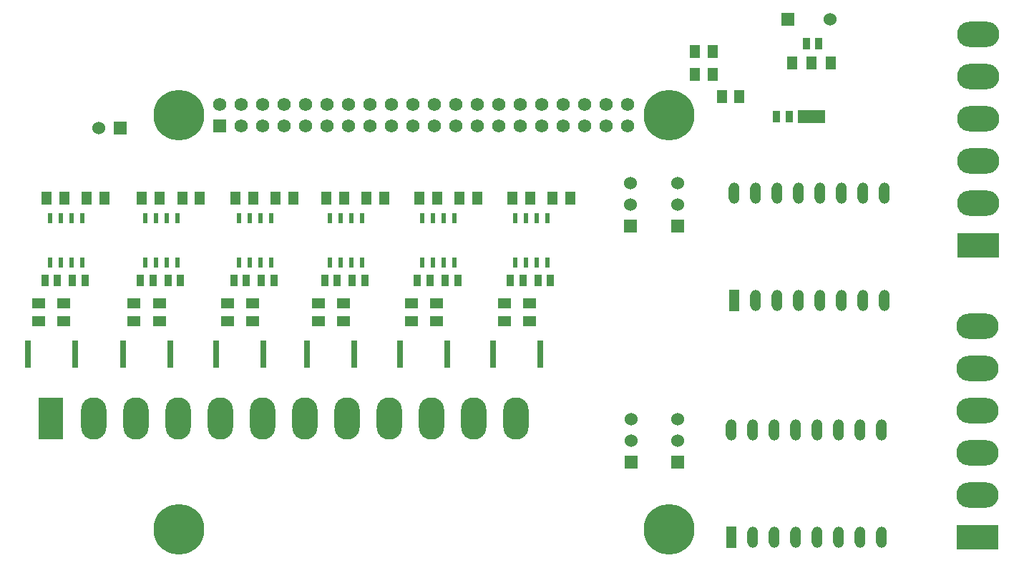
<source format=gbr>
G04*
G04 #@! TF.GenerationSoftware,Altium Limited,Altium Designer,24.0.1 (36)*
G04*
G04 Layer_Color=255*
%FSLAX25Y25*%
%MOIN*%
G70*
G04*
G04 #@! TF.SameCoordinates,EAEA65AB-E80B-4046-BB69-B77F90F57262*
G04*
G04*
G04 #@! TF.FilePolarity,Positive*
G04*
G01*
G75*
%ADD31R,0.05938X0.04750*%
%ADD32R,0.04750X0.05938*%
%ADD38C,0.06000*%
%ADD39R,0.06000X0.06000*%
%ADD40O,0.19685X0.11811*%
%ADD41R,0.19685X0.11811*%
%ADD42R,0.05000X0.10000*%
%ADD43O,0.05000X0.10000*%
%ADD44R,0.11811X0.19685*%
%ADD45O,0.11811X0.19685*%
%ADD46R,0.06000X0.06000*%
%ADD47C,0.06181*%
%ADD48R,0.06181X0.06181*%
%ADD49C,0.23622*%
G04:AMPARAMS|DCode=51|XSize=21.65mil|YSize=49.21mil|CornerRadius=1.95mil|HoleSize=0mil|Usage=FLASHONLY|Rotation=180.000|XOffset=0mil|YOffset=0mil|HoleType=Round|Shape=RoundedRectangle|*
%AMROUNDEDRECTD51*
21,1,0.02165,0.04532,0,0,180.0*
21,1,0.01776,0.04921,0,0,180.0*
1,1,0.00390,-0.00888,0.02266*
1,1,0.00390,0.00888,0.02266*
1,1,0.00390,0.00888,-0.02266*
1,1,0.00390,-0.00888,-0.02266*
%
%ADD51ROUNDEDRECTD51*%
%ADD52R,0.02992X0.12520*%
%ADD53R,0.03740X0.05315*%
%ADD54R,0.04724X0.05906*%
%ADD55R,0.12992X0.05906*%
D31*
X248031Y118694D02*
D03*
Y126969D02*
D03*
X236221Y118694D02*
D03*
Y126969D02*
D03*
X204724Y118694D02*
D03*
Y126969D02*
D03*
X192913Y118694D02*
D03*
Y126969D02*
D03*
X161417Y118694D02*
D03*
Y126969D02*
D03*
X149606Y118694D02*
D03*
Y126969D02*
D03*
X119095Y118694D02*
D03*
Y126969D02*
D03*
X107283Y118694D02*
D03*
Y126969D02*
D03*
X75610Y118694D02*
D03*
Y126969D02*
D03*
X63799Y118694D02*
D03*
Y126969D02*
D03*
X31142Y118694D02*
D03*
Y126969D02*
D03*
X19331Y118694D02*
D03*
Y126969D02*
D03*
D32*
X266933Y175981D02*
D03*
X258658D02*
D03*
X239957D02*
D03*
X248232D02*
D03*
X223625D02*
D03*
X215351D02*
D03*
X196650D02*
D03*
X204925D02*
D03*
X180318D02*
D03*
X172044D02*
D03*
X153343D02*
D03*
X161618D02*
D03*
X137996D02*
D03*
X129721D02*
D03*
X111020D02*
D03*
X119295D02*
D03*
X94511D02*
D03*
X86237D02*
D03*
X67536D02*
D03*
X75810D02*
D03*
X50043D02*
D03*
X41768D02*
D03*
X23067D02*
D03*
X31342D02*
D03*
X345869Y223228D02*
D03*
X337595D02*
D03*
X333271Y233465D02*
D03*
X324997D02*
D03*
X333271Y244094D02*
D03*
X324997D02*
D03*
D38*
X47244Y208661D02*
D03*
X294881Y172992D02*
D03*
Y182992D02*
D03*
X316928Y172992D02*
D03*
Y182992D02*
D03*
X316929Y62835D02*
D03*
Y72835D02*
D03*
X295276Y62835D02*
D03*
Y72835D02*
D03*
X388145Y259042D02*
D03*
D39*
X57244Y208661D02*
D03*
X368460Y259042D02*
D03*
D40*
X456693Y116142D02*
D03*
Y96457D02*
D03*
Y76772D02*
D03*
Y57087D02*
D03*
Y37402D02*
D03*
X457087Y173622D02*
D03*
Y193307D02*
D03*
Y212992D02*
D03*
Y232677D02*
D03*
Y252362D02*
D03*
D41*
X456693Y17717D02*
D03*
X457087Y153937D02*
D03*
D42*
X342205Y17717D02*
D03*
X343228Y128347D02*
D03*
D43*
X352205Y17717D02*
D03*
X362205D02*
D03*
X372205D02*
D03*
X382205D02*
D03*
X392205D02*
D03*
X402205D02*
D03*
X412205D02*
D03*
X342205Y67716D02*
D03*
X352205D02*
D03*
X362205D02*
D03*
X372205D02*
D03*
X382205D02*
D03*
X392205D02*
D03*
X402205D02*
D03*
X412205D02*
D03*
X413228Y178347D02*
D03*
X403228D02*
D03*
X393228D02*
D03*
X383228D02*
D03*
X373228D02*
D03*
X363228D02*
D03*
X353228D02*
D03*
X343228D02*
D03*
X413228Y128347D02*
D03*
X403228D02*
D03*
X393228D02*
D03*
X383228D02*
D03*
X373228D02*
D03*
X363228D02*
D03*
X353228D02*
D03*
D44*
X25197Y73228D02*
D03*
D45*
X44882D02*
D03*
X64567D02*
D03*
X84252D02*
D03*
X103937D02*
D03*
X123622D02*
D03*
X143307D02*
D03*
X162992D02*
D03*
X182677D02*
D03*
X202362D02*
D03*
X222047D02*
D03*
X241732D02*
D03*
D46*
X294881Y162992D02*
D03*
X316928D02*
D03*
X316929Y52835D02*
D03*
X295276D02*
D03*
D47*
X293839Y219547D02*
D03*
X283839D02*
D03*
X273839D02*
D03*
X263839D02*
D03*
X253839D02*
D03*
X243839D02*
D03*
X233839D02*
D03*
X223839D02*
D03*
X213839D02*
D03*
X203839D02*
D03*
X193839D02*
D03*
X183839D02*
D03*
X173839D02*
D03*
X163839D02*
D03*
X153839D02*
D03*
X143839D02*
D03*
X133839D02*
D03*
X123839D02*
D03*
X113839D02*
D03*
X103839D02*
D03*
X293839Y209547D02*
D03*
X283839D02*
D03*
X273839D02*
D03*
X263839D02*
D03*
X253839D02*
D03*
X243839D02*
D03*
X233839D02*
D03*
X223839D02*
D03*
X213839D02*
D03*
X203839D02*
D03*
X193839D02*
D03*
X183839D02*
D03*
X173839D02*
D03*
X163839D02*
D03*
X153839D02*
D03*
X143839D02*
D03*
X133839D02*
D03*
X123839D02*
D03*
X113839D02*
D03*
D48*
X103839D02*
D03*
D49*
X312992Y21654D02*
D03*
Y214567D02*
D03*
X84646D02*
D03*
Y21654D02*
D03*
D51*
X256516Y145961D02*
D03*
X251516D02*
D03*
X246516D02*
D03*
X241516D02*
D03*
X256516Y166630D02*
D03*
X251516D02*
D03*
X246516D02*
D03*
X241516D02*
D03*
X198209D02*
D03*
X203209D02*
D03*
X208209D02*
D03*
X213209D02*
D03*
X198209Y145961D02*
D03*
X203209D02*
D03*
X208209D02*
D03*
X213209D02*
D03*
X154902Y166630D02*
D03*
X159902D02*
D03*
X164902D02*
D03*
X169902D02*
D03*
X154902Y145961D02*
D03*
X159902D02*
D03*
X164902D02*
D03*
X169902D02*
D03*
X112579Y166630D02*
D03*
X117579D02*
D03*
X122579D02*
D03*
X127579D02*
D03*
X112579Y145961D02*
D03*
X117579D02*
D03*
X122579D02*
D03*
X127579D02*
D03*
X69095Y166630D02*
D03*
X74094D02*
D03*
X79094D02*
D03*
X84095D02*
D03*
X69095Y145961D02*
D03*
X74094D02*
D03*
X79094D02*
D03*
X84095D02*
D03*
X24626Y166630D02*
D03*
X29626D02*
D03*
X34626D02*
D03*
X39626D02*
D03*
X24626Y145961D02*
D03*
X29626D02*
D03*
X34626D02*
D03*
X39626D02*
D03*
D52*
X231122Y103146D02*
D03*
X253130D02*
D03*
X187815D02*
D03*
X209823D02*
D03*
X144508D02*
D03*
X166516D02*
D03*
X102185D02*
D03*
X124193D02*
D03*
X58701D02*
D03*
X80709D02*
D03*
X14232D02*
D03*
X36240D02*
D03*
D53*
X245079Y137595D02*
D03*
X239173D02*
D03*
X251969D02*
D03*
X257874D02*
D03*
X201772D02*
D03*
X195866D02*
D03*
X208661D02*
D03*
X214567D02*
D03*
X158465D02*
D03*
X152559D02*
D03*
X165354D02*
D03*
X171260D02*
D03*
X116142D02*
D03*
X110236D02*
D03*
X123031D02*
D03*
X128937D02*
D03*
X72658D02*
D03*
X66752D02*
D03*
X79547D02*
D03*
X85453D02*
D03*
X22284D02*
D03*
X28189D02*
D03*
X40984D02*
D03*
X35079D02*
D03*
X376969Y248031D02*
D03*
X382874D02*
D03*
X363145Y213766D02*
D03*
X369051D02*
D03*
D54*
X370428Y238963D02*
D03*
X379484D02*
D03*
X388539D02*
D03*
D55*
X379484Y213766D02*
D03*
M02*

</source>
